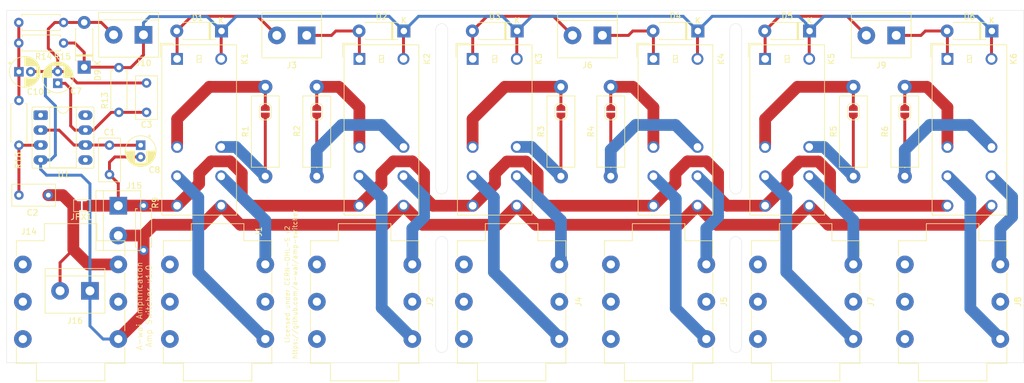
<source format=kicad_pcb>
(kicad_pcb (version 20241229) (generator "pcbnew") (generator_version "9.0")
  (title_block (title "Amp Switcher - 6-way Relay Array") (date "2025-03-12") (rev "1.0") (comment 3 "SPDX-License-Identifier: CERN-OHL-S-2.0+") (comment 4 "SPDX-FileCopyrightText: 2025 Arnaud Ferraris <aferraris@debian.org>"))
  (layers (0 "F.Cu" signal) (2 "B.Cu" signal) (13 "F.Paste" user) (15 "B.Paste" user) (5 "F.SilkS" user "F.Silkscreen") (7 "B.SilkS" user "B.Silkscreen") (1 "F.Mask" user) (3 "B.Mask" user) (25 "Edge.Cuts" user))
  (net 0 "")
  (net 1 "Net-(D1-A)")
  (net 2 "+12V")
  (net 3 "Net-(D2-A)")
  (net 4 "Net-(D3-A)")
  (net 5 "Net-(D4-A)")
  (net 6 "Net-(D5-A)")
  (net 7 "Net-(D6-A)")
  (net 11 "Net-(J1-PadS)")
  (net 13 "Net-(J1-PadT)")
  (net 15 "Net-(J2-PadS)")
  (net 18 "Net-(J2-PadT)")
  (net 20 "Net-(J4-PadS)")
  (net 24 "Net-(J4-PadT)")
  (net 28 "Net-(J5-PadS)")
  (net 29 "Net-(J5-PadT)")
  (net 34 "Net-(J7-PadS)")
  (net 35 "Net-(J7-PadT)")
  (net 39 "Net-(J8-PadT)")
  (net 43 "Net-(J8-PadS)")
  (net 44 "/SIGNAL")
  (net 45 "GND")
  (net 46 "Net-(JP2-A)")
  (net 47 "Net-(JP2-B)")
  (net 48 "Net-(JP3-B)")
  (net 49 "Net-(JP3-A)")
  (net 50 "Net-(JP4-A)")
  (net 51 "Net-(JP4-B)")
  (net 52 "Net-(JP5-B)")
  (net 53 "Net-(JP5-A)")
  (net 54 "Net-(JP6-A)")
  (net 55 "Net-(JP6-B)")
  (net 56 "Net-(JP7-A)")
  (net 57 "Net-(JP7-B)")
  (net 62 "Net-(U1--)")
  (net 63 "Net-(U1-+)")
  (net 64 "VCC")
  (net 65 "GNDS")
  (net 69 "Net-(J16-Pin_2)")
  (footprint "Relay_THT:Relay_DPDT_Omron_G2RL-2" (layer "F.Cu") (at 196 75)
    (property "Reference" "K6")
    (property "Value" "G2RL-2")
  )
  (footprint "Relay_THT:Relay_DPDT_Omron_G2RL-2" (layer "F.Cu") (at 115.27 75)
    (property "Reference" "K3")
    (property "Value" "G2RL-2")
  )
  (footprint "Resistor_THT:R_Axial_DIN0414_L11.9mm_D4.5mm_P15.24mm_Horizontal" (layer "F.Cu") (at 130.27 95 90)
    (property "Reference" "R3")
    (property "Value" "4R7/2W")
  )
  (footprint "TerminalBlock:TerminalBlock_bornier-2_P5.08mm" (layer "F.Cu") (at 50.18 114.5 180)
    (property "Reference" "J16")
    (property "Value" "Screw_Terminal_01x02")
  )
  (footprint "Resistor_THT:R_Axial_DIN0414_L11.9mm_D4.5mm_P15.24mm_Horizontal" (layer "F.Cu") (at 138.75 95 90)
    (property "Reference" "R4")
    (property "Value" "4R7/2W")
  )
  (footprint "Diode_THT:D_DO-41_SOD81_P7.62mm_Horizontal" (layer "F.Cu") (at 103.56 70.25 180)
    (property "Reference" "D2")
    (property "Value" "1N4001")
  )
  (footprint "Capacitor_THT:C_Rect_L7.2mm_W3.5mm_P5.00mm_FKS2_FKP2_MKS2_MKP2" (layer "F.Cu") (at 38.1 98.2)
    (property "Reference" "C2")
    (property "Value" "100n")
  )
  (footprint "Resistor_THT:R_Axial_DIN0207_L6.3mm_D2.5mm_P7.62mm_Horizontal" (layer "F.Cu") (at 55.1 84.1 90)
    (property "Reference" "R13")
    (property "Value" "10R")
  )
  (footprint "Diode_THT:D_DO-41_SOD81_P7.62mm_Horizontal" (layer "F.Cu") (at 203.56 70.25 180)
    (property "Reference" "D6")
    (property "Value" "1N4001")
  )
  (footprint "TerminalBlock:TerminalBlock_bornier-2_P5.08mm" (layer "F.Cu") (at 187.29 71 180)
    (property "Reference" "J9")
    (property "Value" "Screw_Terminal_01x02")
  )
  (footprint "Capacitor_THT:CP_Radial_D5.0mm_P2.00mm" (layer "F.Cu") (at 58.8 89.7 -90)
    (property "Reference" "C8")
    (property "Value" "1µ")
  )
  (footprint "Diode_THT:D_DO-41_SOD81_P7.62mm_Horizontal" (layer "F.Cu") (at 122.83 70.25 180)
    (property "Reference" "D3")
    (property "Value" "1N4001")
  )
  (footprint "Relay_THT:Relay_DPDT_Omron_G2RL-2" (layer "F.Cu") (at 146 75)
    (property "Reference" "K4")
    (property "Value" "G2RL-2")
  )
  (footprint "Connector_Audio:Jack_6.35mm_Neutrik_NMJ6HCD2_Horizontal" (layer "F.Cu") (at 130 110 -90)
    (property "Reference" "J4")
    (property "Value" "NMJ6HCD2")
  )
  (footprint "Resistor_THT:R_Axial_DIN0414_L11.9mm_D4.5mm_P15.24mm_Horizontal" (layer "F.Cu") (at 180 95 90)
    (property "Reference" "R5")
    (property "Value" "4R7/2W")
  )
  (footprint "Connector_Audio:Jack_6.35mm_Neutrik_NMJ6HCD2_Horizontal" (layer "F.Cu") (at 105 110 -90)
    (property "Reference" "J2")
    (property "Value" "NMJ6HCD2")
  )
  (footprint "Capacitor_THT:CP_Radial_D5.0mm_P2.00mm" (layer "F.Cu") (at 38.1 77.2)
    (property "Reference" "C10")
    (property "Value" "100µ")
  )
  (footprint "Diode_THT:D_DO-41_SOD81_P7.62mm_Horizontal" (layer "F.Cu") (at 49.2 76.41 90)
    (property "Reference" "D9")
    (property "Value" "1N4001")
  )
  (footprint "Diode_THT:D_DO-41_SOD81_P7.62mm_Horizontal" (layer "F.Cu") (at 153.56 70.25 180)
    (property "Reference" "D4")
    (property "Value" "1N4001")
  )
  (footprint "Connector_Audio:Jack_6.35mm_Neutrik_NMJ6HCD2_Horizontal" (layer "F.Cu") (at 55 110 -90)
    (property "Reference" "J14")
    (property "Value" "NMJ6HCD2")
  )
  (footprint "Resistor_THT:R_Axial_DIN0414_L11.9mm_D4.5mm_P15.24mm_Horizontal" (layer "F.Cu") (at 88.75 95 90)
    (property "Reference" "R2")
    (property "Value" "4R7/2W")
  )
  (footprint "Connector_Audio:Jack_6.35mm_Neutrik_NMJ6HCD2_Horizontal" (layer "F.Cu") (at 205 110 -90)
    (property "Reference" "J8")
    (property "Value" "NMJ6HCD2")
  )
  (footprint "Relay_THT:Relay_DPDT_Omron_G2RL-2" (layer "F.Cu") (at 65 75)
    (property "Reference" "K1")
    (property "Value" "G2RL-2")
  )
  (footprint "Diode_THT:D_DO-41_SOD81_P7.62mm_Horizontal" (layer "F.Cu") (at 72.56 70.25 180)
    (property "Reference" "D1")
    (property "Value" "1N4001")
  )
  (footprint "Resistor_THT:R_Axial_DIN0207_L6.3mm_D2.5mm_P7.62mm_Horizontal" (layer "F.Cu") (at 38.1 82.08 -90)
    (property "Reference" "R16")
    (property "Value" "1M")
  )
  (footprint "Connector_Audio:Jack_6.35mm_Neutrik_NMJ6HCD2_Horizontal" (layer "F.Cu") (at 80 110 -90)
    (property "Reference" "J1")
    (property "Value" "NMJ6HCD2")
  )
  (footprint "Diode_THT:D_DO-41_SOD81_P7.62mm_Horizontal" (layer "F.Cu") (at 172.56 70.25 180)
    (property "Reference" "D5")
    (property "Value" "1N4001")
  )
  (footprint "Jumper:SolderJumper-2_P1.3mm_Open_RoundedPad1.0x1.5mm" (layer "F.Cu") (at 138.75 84 -90)
    (property "Reference" "JP5" (hide yes))
    (property "Value" "Jumper_2_Open")
  )
  (footprint "Relay_THT:Relay_DPDT_Omron_G2RL-2" (layer "F.Cu") (at 96 75)
    (property "Reference" "K2")
    (property "Value" "G2RL-2")
  )
  (footprint "Resistor_THT:R_Axial_DIN0207_L6.3mm_D2.5mm_P7.62mm_Horizontal" (layer "F.Cu") (at 59.3 107.6 90)
    (property "Reference" "R9")
    (property "Value" "1M")
  )
  (footprint "Jumper:SolderJumper-2_P1.3mm_Open_RoundedPad1.0x1.5mm" (layer "F.Cu") (at 180 84 -90)
    (property "Reference" "JP7" (hide yes))
    (property "Value" "Jumper_2_Open")
  )
  (footprint "Capacitor_THT:C_Rect_L7.2mm_W3.5mm_P5.00mm_FKS2_FKP2_MKS2_MKP2" (layer "F.Cu") (at 53.5 94.7 90)
    (property "Reference" "C1")
    (property "Value" "100n")
  )
  (footprint "Resistor_THT:R_Axial_DIN0414_L11.9mm_D4.5mm_P15.24mm_Horizontal" (layer "F.Cu") (at 80 95 90)
    (property "Reference" "R1")
    (property "Value" "4R7/2W")
  )
  (footprint "Jumper:SolderJumper-2_P1.3mm_Open_RoundedPad1.0x1.5mm" (layer "F.Cu") (at 188.75 84 -90)
    (property "Reference" "JP6" (hide yes))
    (property "Value" "Jumper_2_Open")
  )
  (footprint "TerminalBlock:TerminalBlock_bornier-2_P5.08mm" (layer "F.Cu") (at 137.33 71 180)
    (property "Reference" "J6")
    (property "Value" "Screw_Terminal_01x02")
  )
  (footprint "Jumper:SolderJumper-2_P1.3mm_Open_RoundedPad1.0x1.5mm" (layer "F.Cu") (at 80 84 -90)
    (property "Reference" "JP3" (hide yes))
    (property "Value" "Jumper_2_Open")
  )
  (footprint "Resistor_THT:R_Axial_DIN0207_L6.3mm_D2.5mm_P7.62mm_Horizontal" (layer "F.Cu") (at 38.08 68.8)
    (property "Reference" "R15")
    (property "Value" "10k")
  )
  (footprint "TerminalBlock:TerminalBlock_bornier-2_P5.08mm" (layer "F.Cu") (at 87.04 71 180)
    (property "Reference" "J3")
    (property "Value" "Screw_Terminal_01x02")
  )
  (footprint "Resistor_THT:R_Axial_DIN0414_L11.9mm_D4.5mm_P15.24mm_Horizontal" (layer "F.Cu") (at 188.75 95 90)
    (property "Reference" "R6")
    (property "Value" "4R7/2W")
  )
  (footprint "Package_DIP:DIP-8_W7.62mm_Socket_LongPads" (layer "F.Cu") (at 41.79 84.59)
    (property "Reference" "U1")
    (property "Value" "OPA134")
  )
  (footprint "Connector_Audio:Jack_6.35mm_Neutrik_NMJ6HCD2_Horizontal" (layer "F.Cu") (at 180 110 -90)
    (property "Reference" "J7")
    (property "Value" "NMJ6HCD2")
  )
  (footprint "Connector_Audio:Jack_6.35mm_Neutrik_NMJ6HCD2_Horizontal" (layer "F.Cu") (at 155 110 -90)
    (property "Reference" "J5")
    (property "Value" "NMJ6HCD2")
  )
  (footprint "Jumper:SolderJumper-2_P1.3mm_Open_RoundedPad1.0x1.5mm" (layer "F.Cu") (at 130.27 84 -90)
    (property "Reference" "JP4" (hide yes))
    (property "Value" "Jumper_2_Open")
  )
  (footprint "TerminalBlock:TerminalBlock_bornier-2_P5.08mm" (layer "F.Cu") (at 55 100 -90)
    (property "Reference" "J15")
    (property "Value" "Screw_Terminal_01x02")
  )
  (footprint "Resistor_THT:R_Axial_DIN0207_L6.3mm_D2.5mm_P7.62mm_Horizontal" (layer "F.Cu") (at 45.7 72.3 180)
    (property "Reference" "R14")
    (property "Value" "10k")
  )
  (footprint "Relay_THT:Relay_DPDT_Omron_G2RL-2" (layer "F.Cu") (at 165 75)
    (property "Reference" "K5")
    (property "Value" "G2RL-2")
  )
  (footprint "Capacitor_THT:CP_Radial_D5.0mm_P2.00mm" (layer "F.Cu") (at 44.7 79.155113 90)
    (property "Reference" "C7")
    (property "Value" "100µ")
  )
  (footprint "Capacitor_THT:C_Rect_L7.2mm_W3.5mm_P5.00mm_FKS2_FKP2_MKS2_MKP2" (layer "F.Cu") (at 59.8 84.1 90)
    (property "Reference" "C3")
    (property "Value" "100n")
  )
  (footprint "Jumper:SolderJumper-2_P1.3mm_Open_Pad1.0x1.5mm" (layer "F.Cu") (at 48.8 100 180)
    (property "Reference" "JPX1")
    (property "Value" "Jumper_2_Open")
  )
  (footprint "TerminalBlock:TerminalBlock_bornier-2_P5.08mm" (layer "F.Cu") (at 59.28 70.9 180)
    (property "Reference" "J10")
    (property "Value" "Screw_Terminal_01x02")
  )
  (footprint "Jumper:SolderJumper-2_P1.3mm_Open_RoundedPad1.0x1.5mm" (layer "F.Cu") (at 88.75 84 -90)
    (property "Reference" "JP2" (hide yes))
    (property "Value" "Jumper_2_Open")
  )
  (gr_line (start 159 124) (end 159 106.25) (stroke (width 0.05)) (layer "Edge.Cuts"))
  (gr_line (start 111 106.25) (end 111 124) (stroke (width 0.05)) (layer "Edge.Cuts"))
  (gr_line (start 109 124) (end 109 106.25) (stroke (width 0.05)) (layer "Edge.Cuts"))
  (gr_arc (start 109 70) (mid 110 69) (end 111 70) (stroke (width 0.05)) (layer "Edge.Cuts"))
  (gr_line (start 161 106.25) (end 161 124) (stroke (width 0.05)) (layer "Edge.Cuts"))
  (gr_line (start 109 97) (end 109 70) (stroke (width 0.05)) (layer "Edge.Cuts"))
  (gr_line (start 159 97) (end 159 70) (stroke (width 0.05)) (layer "Edge.Cuts"))
  (gr_rect (start 36 66.75) (end 209 126.75) (stroke (width 0.05)) (fill no) (layer "Edge.Cuts"))
  (gr_arc (start 111 124) (mid 110 125) (end 109 124) (stroke (width 0.05)) (layer "Edge.Cuts"))
  (gr_arc (start 161 97) (mid 160 98) (end 159 97) (stroke (width 0.05)) (layer "Edge.Cuts"))
  (gr_line (start 161 70) (end 161 97) (stroke (width 0.05)) (layer "Edge.Cuts"))
  (gr_arc (start 159 70) (mid 160 69) (end 161 70) (stroke (width 0.05)) (layer "Edge.Cuts"))
  (gr_line (start 111 70) (end 111 97) (stroke (width 0.05)) (layer "Edge.Cuts"))
  (gr_arc (start 111 97) (mid 110 98) (end 109 97) (stroke (width 0.05)) (layer "Edge.Cuts"))
  (gr_arc (start 161 124) (mid 160 125) (end 159 124) (stroke (width 0.05)) (layer "Edge.Cuts"))
  (gr_arc (start 159 106.25) (mid 160 105.25) (end 161 106.25) (stroke (width 0.05)) (layer "Edge.Cuts"))
  (gr_arc (start 109 106.25) (mid 110 105.25) (end 111 106.25) (stroke (width 0.05)) (layer "Edge.Cuts"))
  (gr_text "Licensed under CERN-OHL-S v2\nhttps://github.com/a-wai/amp-switcher" (at 85.5 113.4 90) (layer "F.SilkS") (effects (font (size 0.8 0.8) (thickness 0.1)) (justify bottom)))
  (gr_text "A-wai Amplification\nAmp Switcher v1.0" (at 60.8 117.1 90) (layer "F.SilkS") (effects (font (size 1 1) (thickness 0.1)) (justify bottom)))
  (gr_text "J5" (at 208 116.35 90) (layer "F.SilkS") (effects (font (size 1 1))))
  (segment (start 64.94 70.25) (end 67.44 67.75) (width 0.5) (layer "F.Cu") (net 1))
  (segment (start 67.44 67.75) (end 78.71 67.75) (width 0.5) (layer "F.Cu") (net 1))
  (segment (start 65 75) (end 65 70.31) (width 0.5) (layer "F.Cu") (net 1))
  (segment (start 65 70.31) (end 64.94 70.25) (width 0.5) (layer "F.Cu") (net 1))
  (segment (start 78.71 67.75) (end 81.96 71) (width 0.5) (layer "F.Cu") (net 1))
  (segment (start 172.5 75) (end 172.5 70.31) (width 0.5) (layer "F.Cu") (net 2))
  (segment (start 122.77 70.31) (end 122.83 70.25) (width 0.5) (layer "F.Cu") (net 2))
  (segment (start 49.2 76.41) (end 49.2 73.9) (width 0.5) (layer "F.Cu") (net 2))
  (segment (start 103.5 75) (end 103.5 70.31) (width 0.5) (layer "F.Cu") (net 2))
  (segment (start 49.2 73.9) (end 47.6 72.3) (width 0.5) (layer "F.Cu") (net 2))
  (segment (start 153.5 70.31) (end 153.56 70.25) (width 0.5) (layer "F.Cu") (net 2))
  (segment (start 72.5 75) (end 72.5 70.31) (width 0.5) (layer "F.Cu") (net 2))
  (segment (start 49.2 76.41) (end 55.03 76.41) (width 0.5) (layer "F.Cu") (net 2))
  (segment (start 172.5 70.31) (end 172.56 70.25) (width 0.5) (layer "F.Cu") (net 2))
  (segment (start 57.12 76.48) (end 59.3 74.3) (width 0.5) (layer "F.Cu") (net 2))
  (segment (start 55.1 76.48) (end 57.12 76.48) (width 0.5) (layer "F.Cu") (net 2))
  (segment (start 203.5 75) (end 203.5 70.31) (width 0.5) (layer "F.Cu") (net 2))
  (segment (start 72.5 70.31) (end 72.56 70.25) (width 0.5) (layer "F.Cu") (net 2))
  (segment (start 59.3 74.3) (end 59.28 74.28) (width 0.5) (layer "F.Cu") (net 2))
  (segment (start 103.5 70.31) (end 103.56 70.25) (width 0.5) (layer "F.Cu") (net 2))
  (segment (start 203.5 70.31) (end 203.56 70.25) (width 0.5) (layer "F.Cu") (net 2))
  (segment (start 122.77 75) (end 122.77 70.31) (width 0.5) (layer "F.Cu") (net 2))
  (segment (start 153.5 75) (end 153.5 70.31) (width 0.5) (layer "F.Cu") (net 2))
  (segment (start 55.03 76.41) (end 55.1 76.48) (width 0.5) (layer "F.Cu") (net 2))
  (segment (start 59.28 74.28) (end 59.28 70.9) (width 0.5) (layer "F.Cu") (net 2))
  (segment (start 47.6 72.3) (end 45.7 72.3) (width 0.5) (layer "F.Cu") (net 2))
  (segment (start 172.56 69.56) (end 172.56 70.25) (width 0.5) (layer "B.Cu") (net 2))
  (segment (start 203.56 70.25) (end 203.56 70.19) (width 0.5) (layer "B.Cu") (net 2))
  (segment (start 175 67.75) (end 201.06 67.75) (width 0.5) (layer "B.Cu") (net 2))
  (segment (start 172.56 70.25) (end 172.56 70.19) (width 0.5) (layer "B.Cu") (net 2))
  (segment (start 60.35 67.8) (end 70.11 67.8) (width 0.5) (layer "B.Cu") (net 2))
  (segment (start 59.28 70.9) (end 59.28 68.87) (width 0.5) (layer "B.Cu") (net 2))
  (segment (start 70.11 67.8) (end 72.56 70.25) (width 0.5) (layer "B.Cu") (net 2))
  (segment (start 72.56 70.25) (end 75.06 67.75) (width 0.5) (layer "B.Cu") (net 2))
  (segment (start 75.06 67.75) (end 101.06 67.75) (width 0.5) (layer "B.Cu") (net 2))
  (segment (start 151.06 67.75) (end 125.33 67.75) (width 0.5) (layer "B.Cu") (net 2))
  (segment (start 59.28 68.87) (end 60.35 67.8) (width 0.5) (layer "B.Cu") (net 2))
  (segment (start 151.06 67.75) (end 153.56 70.25) (width 0.5) (layer "B.Cu") (net 2))
  (segment (start 153.56 70.19) (end 156 67.75) (width 0.5) (layer "B.Cu") (net 2))
  (segment (start 101.06 67.75) (end 103.56 70.25) (width 0.5) (layer "B.Cu") (net 2))
  (segment (start 106.06 67.75) (end 120.33 67.75) (width 0.5) (layer "B.Cu") (net 2))
  (segment (start 172.56 70.19) (end 175 67.75) (width 0.5) (layer "B.Cu") (net 2))
  (segment (start 153.56 70.25) (end 153.56 70.19) (width 0.5) (layer "B.Cu") (net 2))
  (segment (start 103.56 70.25) (end 106.06 67.75) (width 0.5) (layer "B.Cu") (net 2))
  (segment (start 156 67.75) (end 170.75 67.75) (width 0.5) (layer "B.Cu") (net 2))
  (segment (start 120.33 67.75) (end 122.83 70.25) (width 0.5) (layer "B.Cu") (net 2))
  (segment (start 170.75 67.75) (end 172.56 69.56) (width 0.5) (layer "B.Cu") (net 2))
  (segment (start 122.83 70.25) (end 125.33 67.75) (width 0.5) (layer "B.Cu") (net 2))
  (segment (start 201.06 67.75) (end 203.56 70.25) (width 0.5) (layer "B.Cu") (net 2))
  (segment (start 92 70.25) (end 91.25 71) (width 0.5) (layer "F.Cu") (net 3))
  (segment (start 91.25 71) (end 87.04 71) (width 0.5) (layer "F.Cu") (net 3))
  (segment (start 96 75) (end 96 70.31) (width 0.5) (layer "F.Cu") (net 3))
  (segment (start 95.94 70.25) (end 92 70.25) (width 0.5) (layer "F.Cu") (net 3))
  (segment (start 96 70.31) (end 95.94 70.25) (width 0.5) (layer "F.Cu") (net 3))
  (segment (start 115.21 70.25) (end 117.71 67.75) (width 0.5) (layer "F.Cu") (net 4))
  (segment (start 129 67.75) (end 132.25 71) (width 0.5) (layer "F.Cu") (net 4))
  (segment (start 115.27 70.31) (end 115.21 70.25) (width 0.5) (layer "F.Cu") (net 4))
  (segment (start 115.27 75) (end 115.27 70.31) (width 0.5) (layer "F.Cu") (net 4))
  (segment (start 117.71 67.75) (end 129 67.75) (width 0.5) (layer "F.Cu") (net 4))
  (segment (start 145.94 70.25) (end 142.5 70.25) (width 0.5) (layer "F.Cu") (net 5))
  (segment (start 142.5 70.25) (end 141.75 71) (width 0.5) (layer "F.Cu") (net 5))
  (segment (start 146 70.31) (end 145.94 70.25) (width 0.5) (layer "F.Cu") (net 5))
  (segment (start 141.75 71) (end 137.33 71) (width 0.5) (layer "F.Cu") (net 5))
  (segment (start 146 75) (end 146 70.31) (width 0.5) (layer "F.Cu") (net 5))
  (segment (start 165 75) (end 165 70.31) (width 0.5) (layer "F.Cu") (net 6))
  (segment (start 165 70.31) (end 164.94 70.25) (width 0.5) (layer "F.Cu") (net 6))
  (segment (start 164.94 70.25) (end 167.44 67.75) (width 0.5) (layer "F.Cu") (net 6))
  (segment (start 178.96 67.75) (end 182.21 71) (width 0.5) (layer "F.Cu") (net 6))
  (segment (start 167.44 67.75) (end 178.96 67.75) (width 0.5) (layer "F.Cu") (net 6))
  (segment (start 196 70.31) (end 195.94 70.25) (width 0.5) (layer "F.Cu") (net 7))
  (segment (start 196 75) (end 196 70.31) (width 0.5) (layer "F.Cu") (net 7))
  (segment (start 195.94 70.25) (end 192.25 70.25) (width 0.5) (layer "F.Cu") (net 7))
  (segment (start 192.25 70.25) (end 191.5 71) (width 0.5) (layer "F.Cu") (net 7))
  (segment (start 191.5 71) (end 187.29 71) (width 0.5) (layer "F.Cu") (net 7))
  (segment (start 80 122.7) (end 68.6 111.3) (width 2) (layer "B.Cu") (net 11))
  (segment (start 68.6 98.6) (end 65 95) (width 2) (layer "B.Cu") (net 11))
  (segment (start 68.6 111.3) (end 68.6 98.6) (width 2) (layer "B.Cu") (net 11))
  (segment (start 72.5 95) (end 80 102.5) (width 2) (layer "B.Cu") (net 13))
  (segment (start 80 102.5) (end 80 110) (width 2) (layer "B.Cu") (net 13))
  (segment (start 99.8 117.4) (end 99.8 98.7) (width 2) (layer "B.Cu") (net 15))
  (segment (start 99.8 98.7) (end 96 94.9) (width 2) (layer "B.Cu") (net 15))
  (segment (start 105 122.6) (end 99.8 117.4) (width 2) (layer "B.Cu") (net 15))
  (segment (start 105 110) (end 105 103.9) (width 2) (layer "B.Cu") (net 18))
  (segment (start 107 101.9) (end 107 98.5) (width 2) (layer "B.Cu") (net 18))
  (segment (start 107 98.5) (end 103.5 95) (width 2) (layer "B.Cu") (net 18))
  (segment (start 105 103.9) (end 107 101.9) (width 2) (layer "B.Cu") (net 18))
  (segment (start 130.27 122.7) (end 118.87 111.3) (width 2) (layer "B.Cu") (net 20))
  (segment (start 118.87 111.3) (end 118.87 98.6) (width 2) (layer "B.Cu") (net 20))
  (segment (start 118.87 98.6) (end 115.27 95) (width 2) (layer "B.Cu") (net 20))
  (segment (start 130.27 102.5) (end 122.77 95) (width 2) (layer "B.Cu") (net 24))
  (segment (start 130.27 110) (end 130.27 102.5) (width 2) (layer "B.Cu") (net 24))
  (segment (start 149.8 98.8) (end 146 95) (width 2) (layer "B.Cu") (net 28))
  (segment (start 155 122.7) (end 149.8 117.5) (width 2) (layer "B.Cu") (net 28))
  (segment (start 149.8 117.5) (end 149.8 98.8) (width 2) (layer "B.Cu") (net 28))
  (segment (start 157 98.5) (end 153.5 95) (width 2) (layer "B.Cu") (net 29))
  (segment (start 157 101.9) (end 157 98.5) (width 2) (layer "B.Cu") (net 29))
  (segment (start 155 103.9) (end 157 101.9) (width 2) (layer "B.Cu") (net 29))
  (segment (start 155 110) (end 155 103.9) (width 2) (layer "B.Cu") (net 29))
  (segment (start 180 122.7) (end 168.6 111.3) (width 2) (layer "B.Cu") (net 34))
  (segment (start 168.6 98.6) (end 165 95) (width 2) (layer "B.Cu") (net 34))
  (segment (start 168.6 111.3) (end 168.6 98.6) (width 2) (layer "B.Cu") (net 34))
  (segment (start 180 102.5) (end 172.5 95) (width 2) (layer "B.Cu") (net 35))
  (segment (start 180 110) (end 180 102.5) (width 2) (layer "B.Cu") (net 35))
  (segment (start 207 98.5) (end 203.5 95) (width 2) (layer "B.Cu") (net 39))
  (segment (start 207 101.9) (end 207 98.5) (width 2) (layer "B.Cu") (net 39))
  (segment (start 205 103.9) (end 207 101.9) (width 2) (layer "B.Cu") (net 39))
  (segment (start 205 110) (end 205 103.9) (width 2) (layer "B.Cu") (net 39))
  (segment (start 199.9 117.5) (end 199.9 98.8) (width 2) (layer "B.Cu") (net 43))
  (segment (start 199.9 98.8) (end 196.1 95) (width 2) (layer "B.Cu") (net 43))
  (segment (start 205.1 122.7) (end 199.9 117.5) (width 2) (layer "B.Cu") (net 43))
  (segment (start 155 92.451) (end 157 94.451) (width 2) (layer "F.Cu") (net 44))
  (segment (start 107 94.451) (end 107 98.5) (width 2) (layer "F.Cu") (net 44))
  (segment (start 165.045 100.025) (end 168.795 96.275) (width 2) (layer "F.Cu") (net 44))
  (segment (start 74 92.451) (end 76 94.451) (width 2) (layer "F.Cu") (net 44))
  (segment (start 176.045 94.476) (end 176.045 98.525) (width 2) (layer "F.Cu") (net 44))
  (segment (start 119.065 96.275) (end 119.065 94.525) (width 2) (layer "F.Cu") (net 44))
  (segment (start 170.844 92.476) (end 174.045 92.476) (width 2) (layer "F.Cu") (net 44))
  (segment (start 149.75 94.5) (end 151.799 92.451) (width 2) (layer "F.Cu") (net 44))
  (segment (start 157 94.451) (end 157 98.5) (width 2) (layer "F.Cu") (net 44))
  (segment (start 55 100) (end 50.2 100) (width 2) (layer "F.Cu") (net 44))
  (segment (start 165.02 100) (end 165.045 100.025) (width 2) (layer "F.Cu") (net 44))
  (segment (start 77.5 100) (end 96 100) (width 2) (layer "F.Cu") (net 44))
  (segment (start 68.75 94.5) (end 70.799 92.451) (width 2) (layer "F.Cu") (net 44))
  (segment (start 157 98.5) (end 158.5 100) (width 2) (layer "F.Cu") (net 44))
  (segment (start 176.045 98.525) (end 177.545 100.025) (width 2) (layer "F.Cu") (net 44))
  (segment (start 126.315 98.525) (end 127.815 100.025) (width 2) (layer "F.Cu") (net 44))
  (segment (start 107 98.5) (end 108.5 100) (width 2) (layer "F.Cu") (net 44))
  (segment (start 115.315 100.025) (end 119.065 96.275) (width 2) (layer "F.Cu") (net 44))
  (segment (start 101.799 92.451) (end 105 92.451) (width 2) (layer "F.Cu") (net 44))
  (segment (start 174.045 92.476) (end 176.045 94.476) (width 2) (layer "F.Cu") (net 44))
  (segment (start 99.75 94.5) (end 101.799 92.451) (width 2) (layer "F.Cu") (net 44))
  (segment (start 108.5 100) (end 115.27 100) (width 2) (layer "F.Cu") (net 44))
  (segment (start 127.84 100) (end 146 100) (width 2) (layer "F.Cu") (net 44))
  (segment (start 65 100) (end 68.75 96.25) (width 2) (layer "F.Cu") (net 44))
  (segment (start 76 94.451) (end 76 98.5) (width 2) (layer "F.Cu") (net 44))
  (segment (start 58.8 91.7) (end 54.4 91.7) (width 0.5) (layer "F.Cu") (net 44))
  (segment (start 151.799 92.451) (end 155 92.451) (width 2) (layer "F.Cu") (net 44))
  (segment (start 99.75 96.25) (end 99.75 94.5) (width 2) (layer "F.Cu") (net 44))
  (segment (start 70.799 92.451) (end 74 92.451) (width 2) (layer "F.Cu") (net 44))
  (segment (start 53.5 94.7) (end 55 96.2) (width 0.5) (layer "F.Cu") (net 44))
  (segment (start 96 100) (end 99.75 96.25) (width 2) (layer "F.Cu") (net 44))
  (segment (start 68.75 96.25) (end 68.75 94.5) (width 2) (layer "F.Cu") (net 44))
  (segment (start 59.3 99.98) (end 55.02 99.98) (width 2) (layer "F.Cu") (net 44))
  (segment (start 59.32 100) (end 59.3 99.98) (width 2) (layer "F.Cu") (net 44))
  (segment (start 65 100) (end 59.32 100) (width 2) (layer "F.Cu") (net 44))
  (segment (start 146 100) (end 149.75 96.25) (width 2) (layer "F.Cu") (net 44))
  (segment (start 54.4 91.7) (end 53.5 92.6) (width 0.5) (layer "F.Cu") (net 44))
  (segment (start 105 92.451) (end 107 94.451) (width 2) (layer "F.Cu") (net 44))
  (segment (start 168.795 96.275) (end 168.795 94.525) (width 2) (layer "F.Cu") (net 44))
  (segment (start 149.75 96.25) (end 149.75 94.5) (width 2) (layer "F.Cu") (net 44))
  (segment (start 158.5 100) (end 165.02 100) (width 2) (layer "F.Cu") (net 44))
  (segment (start 127.815 100.025) (end 127.84 100) (width 2) (layer "F.Cu") (net 44))
  (segment (start 55 96.2) (end 55 100) (width 0.5) (layer "F.Cu") (net 44))
  (segment (start 177.545 100.025) (end 177.57 100) (width 2) (layer "F.Cu") (net 44))
  (segment (start 53.5 92.6) (end 53.5 94.7) (width 0.5) (layer "F.Cu") (net 44))
  (segment (start 55.02 99.98) (end 55 100) (width 2) (layer "F.Cu") (net 44))
  (segment (start 168.795 94.525) (end 170.844 92.476) (width 2) (layer "F.Cu") (net 44))
  (segment (start 119.065 94.525) (end 121.114 92.476) (width 2) (layer "F.Cu") (net 44))
  (segment (start 76 98.5) (end 77.5 100) (width 2) (layer "F.Cu") (net 44))
  (segment (start 124.315 92.476) (end 126.315 94.476) (width 2) (layer "F.Cu") (net 44))
  (segment (start 177.57 100) (end 196 100) (width 2) (layer "F.Cu") (net 44))
  (segment (start 121.114 92.476) (end 124.315 92.476) (width 2) (layer "F.Cu") (net 44))
  (segment (start 126.315 94.476) (end 126.315 98.525) (width 2) (layer "F.Cu") (net 44))
  (segment (start 119.52 103.25) (end 122.77 100) (width 2) (layer "F.Cu") (net 45))
  (segment (start 103.5 100) (end 106.75 103.25) (width 2) (layer "F.Cu") (net 45))
  (segment (start 150.25 103.25) (end 153.5 100) (width 2) (layer "F.Cu") (net 45))
  (segment (start 59.3 107.6) (end 59.3 105) (width 2) (layer "F.Cu") (net 45))
  (segment (start 59.22 105.08) (end 55 105.08) (width 2) (layer "F.Cu") (net 45))
  (segment (start 49.19 68.8) (end 49.2 68.79) (width 0.5) (layer "F.Cu") (net 45))
  (segment (start 59.3 105) (end 59.22 105.08) (width 2) (layer "F.Cu") (net 45))
  (segment (start 200.25 103.25) (end 203.5 100) (width 2) (layer "F.Cu") (net 45))
  (segment (start 59.3 105) (end 61.05 103.25) (width 2) (layer "F.Cu") (net 45))
  (segment (start 156.75 103.25) (end 169.25 103.25) (width 2) (layer "F.Cu") (net 45))
  (segment (start 72.5 100) (end 75.75 103.25) (width 2) (layer "F.Cu") (net 45))
  (segment (start 126.02 103.25) (end 150.25 103.25) (width 2) (layer "F.Cu") (net 45))
  (segment (start 45.7 68.8) (end 49.19 68.8) (width 0.5) (layer "F.Cu") (net 45))
  (segment (start 59.3 118.4) (end 59.3 107.6) (width 2) (layer "F.Cu") (net 45))
  (segment (start 61.05 103.25) (end 69.25 103.25) (width 2) (layer "F.Cu") (net 45))
  (segment (start 75.75 103.25) (end 100.25 103.25) (width 2) (layer "F.Cu") (net 45))
  (segment (start 169.25 103.25) (end 172.5 100) (width 2) (layer "F.Cu") (net 45))
  (segment (start 43.1 73.2) (end 43.1 69.9) (width 0.5) (layer "F.Cu") (net 45))
  (segment (start 49.2 68.79) (end 52.09 68.79) (width 0.5) (layer "F.Cu") (net 45))
  (segment (start 55 122.7) (end 59.3 118.4) (width 2) (layer "F.Cu") (net 45))
  (segment (start 44.2 68.8) (end 45.7 68.8) (width 0.5) (layer "F.Cu") (net 45))
  (segment (start 100.25 103.25) (end 103.5 100) (width 2) (layer "F.Cu") (net 45))
  (segment (start 122.77 100) (end 126.02 103.25) (width 2) (layer "F.Cu") (net 45))
  (segment (start 48 79.1) (end 59.8 79.1) (width 0.5) (layer "F.Cu") (net 45))
  (segment (start 40.144887 77.155113) (end 40.1 77.2) (width 0.5) (layer "F.Cu") (net 45))
  (segment (start 44.7 77.155113) (end 46.055113 77.155113) (width 0.5) (layer "F.Cu") (net 45))
  (segment (start 172.5 100) (end 175.75 103.25) (width 2) (layer "F.Cu") (net 45))
  (segment (start 153.5 100) (end 156.75 103.25) (width 2) (layer "F.Cu") (net 45))
  (segment (start 46.055113 77.155113) (end 48 79.1) (width 0.5) (layer "F.Cu") (net 45))
  (segment (start 52.09 68.79) (end 54.2 70.9) (width 0.5) (layer "F.Cu") (net 45))
  (segment (start 44.7 74.8) (end 43.1 73.2) (width 0.5) (layer "F.Cu") (net 45))
  (segment (start 175.75 103.25) (end 200.25 103.25) (width 2) (layer "F.Cu") (net 45))
  (segment (start 69.25 103.25) (end 72.5 100) (width 2) (layer "F.Cu") (net 45))
  (segment (start 106.75 103.25) (end 119.52 103.25) (width 2) (layer "F.Cu") (net 45))
  (segment (start 44.7 77.155113) (end 40.144887 77.155113) (width 0.5) (layer "F.Cu") (net 45))
  (segment (start 43.1 69.9) (end 44.2 68.8) (width 0.5) (layer "F.Cu") (net 45))
  (segment (start 44.7 77.155113) (end 44.7 74.8) (width 0.5) (layer "F.Cu") (net 45))
  (segment (start 50.18 120.48) (end 50.18 114.5) (width 0.5) (layer "B.Cu") (net 45))
  (segment (start 43.49 92.21) (end 44.3 91.4) (width 0.5) (layer "B.Cu") (net 45))
  (segment (start 50.18 114.5) (end 50.18 96.28) (width 0.5) (layer "B.Cu") (net 45))
  (segment (start 55 122.7) (end 52.4 122.7) (width 0.5) (layer "B.Cu") (net 45))
  (segment (start 43.344887 77.155113) (end 44.7 77.155113) (width 0.5) (layer "B.Cu") (net 45))
  (segment (start 52.4 122.7) (end 50.18 120.48) (width 0.5) (layer "B.Cu") (net 45))
  (segment (start 42.6 77.9) (end 43.344887 77.155113) (width 0.5) (layer "B.Cu") (net 45))
  (segment (start 44.3 91.4) (end 44.3 83) (width 0.5) (layer "B.Cu") (net 45))
  (segment (start 44.3 83) (end 42.6 81.3) (width 0.5) (layer "B.Cu") (net 45))
  (segment (start 42.8 94.8) (end 41.79 93.79) (width 0.5) (layer "B.Cu") (net 45))
  (segment (start 50.18 96.28) (end 48.7 94.8) (width 0.5) (layer "B.Cu") (net 45))
  (segment (start 48.7 94.8) (end 42.8 94.8) (width 0.5) (layer "B.Cu") (net 45))
  (segment (start 41.79 92.21) (end 43.49 92.21) (width 0.5) (layer "B.Cu") (net 45))
  (segment (start 42.6 81.3) (end 42.6 77.9) (width 0.5) (layer "B.Cu") (net 45))
  (segment (start 41.79 93.79) (end 41.79 92.21) (width 0.5) (layer "B.Cu") (net 45))
  (segment (start 92.51 79.76) (end 88.75 79.76) (width 2) (layer "F.Cu") (net 46))
  (segment (start 88.75 83.35) (end 88.75 79.76) (width 0.5) (layer "F.Cu") (net 46))
  (segment (start 96 83.25) (end 92.51 79.76) (width 2) (layer "F.Cu") (net 46))
  (segment (start 96 90) (end 96 83.25) (width 2) (layer "F.Cu") (net 46))
  (segment (start 88.75 84.65) (end 88.75 95) (width 0.5) (layer "F.Cu") (net 47))
  (segment (start 93 86.25) (end 99.75 86.25) (width 2) (layer "B.Cu") (net 47))
  (segment (start 88.75 95) (end 88.75 90.5) (width 2) (layer "B.Cu") (net 47))
  (segment (start 88.75 90.5) (end 93 86.25) (width 2) (layer "B.Cu") (net 47))
  (segment (start 99.75 86.25) (end 103.5 90) (width 2) (layer "B.Cu") (net 47))
  (segment (start 80 84.65) (end 80 95) (width 0.5) (layer "F.Cu") (net 48))
  (segment (start 72.5 90) (end 75 90) (width 2) (layer "B.Cu") (net 48))
  (segment (start 75 90) (end 80 95) (width 2) (layer "B.Cu") (net 48))
  (segment (start 65.005 85.24) (end 70.495 79.75) (width 2) (layer "F.Cu") (net 49))
  (segment (start 80 83.35) (end 80 79.76) (width 0.5) (layer "F.Cu") (net 49))
  (segment (start 65.005 89.99) (end 65.005 85.24) (width 2) (layer "F.Cu") (net 49))
  (segment (start 70.505 79.76) (end 80 79.76) (width 2) (layer "F.Cu") (net 49))
  (segment (start 70.495 79.75) (end 70.505 79.76) (width 2) (layer "F.Cu") (net 49))
  (segment (start 115.2525 89.98) (end 115.2525 85.23) (width 2) (layer "F.Cu") (net 50))
  (segment (start 120.7525 79.75) (end 130.2475 79.75) (width 2) (layer "F.Cu") (net 50))
  (segment (start 115.2525 85.23) (end 120.7425 79.74) (width 2) (layer "F.Cu") (net 50))
  (segment (start 130.27 83.35) (end 130.27 79.76) (width 0.5) (layer "F.Cu") (net 50))
  (segment (start 130.27 84.65) (end 130.27 95) (width 0.5) (layer "F.Cu") (net 51))
  (segment (start 122.7475 89.99) (end 125.2475 89.99) (width 2) (layer "B.Cu") (net 51))
  (segment (start 125.2475 89.99) (end 130.2475 94.99) (width 2) (layer "B.Cu") (net 51))
  (segment (start 138.75 84.65) (end 138.75 95) (width 0.5) (layer "F.Cu") (net 52))
  (segment (start 143 86.25) (end 149.75 86.25) (width 2) (layer "B.Cu") (net 52))
  (segment (start 138.75 95) (end 138.75 90.5) (width 2) (layer "B.Cu") (net 52))
  (segment (start 149.75 86.25) (end 153.5 90) (width 2) (layer "B.Cu") (net 52))
  (segment (start 138.75 90.5) (end 143 86.25) (width 2) (layer "B.Cu") (net 52))
  (segment (start 138.75 83.35) (end 138.75 79.76) (width 0.5) (layer "F.Cu") (net 53))
  (segment (start 142.51 79.76) (end 138.75 79.76) (width 2) (layer "F.Cu") (net 53))
  (segment (start 146 90) (end 146 83.25) (width 2) (layer "F.Cu") (net 53))
  (segment (start 146 83.25) (end 142.51 79.76) (width 2) (layer "F.Cu") (net 53))
  (segment (start 196 83.25) (end 192.51 79.76) (width 2) (layer "F.Cu") (net 54))
  (segment (start 192.51 79.76) (end 188.75 79.76) (width 2) (layer "F.Cu") (net 54))
  (segment (start 196 90) (end 196 83.25) (width 2) (layer "F.Cu") (net 54))
  (segment (start 188.75 83.35) (end 188.75 79.76) (width 0.5) (layer "F.Cu") (net 54))
  (segment (start 188.75 84.65) (end 188.75 95) (width 0.5) (layer "F.Cu") (net 55))
  (segment (start 199.75 86.25) (end 203.5 90) (width 2) (layer "B.Cu") (net 55))
  (segment (start 193 86.25) (end 199.75 86.25) (width 2) (layer "B.Cu") (net 55))
  (segment (start 188.75 95) (end 188.75 90.5) (width 2) (layer "B.Cu") (net 55))
  (segment (start 188.75 90.5) (end 193 86.25) (width 2) (layer "B.Cu") (net 55))
  (segment (start 170.505 79.76) (end 180 79.76) (width 2) (layer "F.Cu") (net 56))
  (segment (start 180 83.35) (end 180 79.76) (width 0.5) (layer "F.Cu") (net 56))
  (segment (start 165.005 89.99) (end 165.005 85.24) (width 2) (layer "F.Cu") (net 56))
  (segment (start 165.005 85.24) (end 170.495 79.75) (width 2) (layer "F.Cu") (net 56))
  (segment (start 180 84.65) (end 180 95) (width 0.5) (layer "F.Cu") (net 57))
  (segment (start 175 90) (end 180 95) (width 2) (layer "B.Cu") (net 57))
  (segment (start 172.5 90) (end 175 90) (width 2) (layer "B.Cu") (net 57))
  (segment (start 47.47 89.67) (end 49.41 89.67) (width 0.5) (layer "F.Cu") (net 62))
  (segment (start 53.5 89.7) (end 58.8 89.7) (width 0.5) (layer "F.Cu") (net 62))
  (segment (start 44.93 87.13) (end 47.47 89.67) (width 0.5) (layer "F.Cu") (net 62))
  (segment (start 49.41 89.67) (end 53.47 89.67) (width 0.5) (layer "F.Cu") (net 62))
  (segment (start 53.47 89.67) (end 53.5 89.7) (width 0.5) (layer "F.Cu") (net 62))
  (segment (start 41.79 87.13) (end 44.93 87.13) (width 0.5) (layer "F.Cu") (net 62))
  (segment (start 41.76 89.7) (end 41.79 89.67) (width 0.5) (layer "F.Cu") (net 63))
  (segment (start 38.1 89.7) (end 41.76 89.7) (width 0.5) (layer "F.Cu") (net 63))
  (segment (start 38.1 98.2) (end 38.1 89.7) (width 0.5) (layer "F.Cu") (net 63))
  (segment (start 49.41 87.13) (end 47.63 87.13) (width 0.5) (layer "F.Cu") (net 64))
  (segment (start 46.9 80.1) (end 45.955113 79.155113) (width 0.5) (layer "F.Cu") (net 64))
  (segment (start 46.9 86.4) (end 46.9 80.1) (width 0.5) (layer "F.Cu") (net 64))
  (segment (start 55.1 84.1) (end 59.8 84.1) (width 0.5) (layer "F.Cu") (net 64))
  (segment (start 45.955113 79.155113) (end 44.7 79.155113) (width 0.5) (layer "F.Cu") (net 64))
  (segment (start 47.63 87.13) (end 46.9 86.4) (width 0.5) (layer "F.Cu") (net 64))
  (segment (start 50.77 87.13) (end 53.8 84.1) (width 0.5) (layer "F.Cu") (net 64))
  (segment (start 53.8 84.1) (end 55.1 84.1) (width 0.5) (layer "F.Cu") (net 64))
  (segment (start 49.41 87.13) (end 50.77 87.13) (width 0.5) (layer "F.Cu") (net 64))
  (segment (start 38.08 68.8) (end 38.08 72.3) (width 0.5) (layer "F.Cu") (net 65))
  (segment (start 38.08 72.3) (end 38.08 77.18) (width 0.5) (layer "F.Cu") (net 65))
  (segment (start 38.1 77.2) (end 38.1 82.08) (width 0.5) (layer "F.Cu") (net 65))
  (segment (start 38.08 77.18) (end 38.1 77.2) (width 0.5) (layer "F.Cu") (net 65))
  (segment (start 45.55 98.2) (end 47.35 100) (width 2) (layer "F.Cu") (net 69))
  (segment (start 49.9 110) (end 55 110) (width 2) (layer "F.Cu") (net 69))
  (segment (start 43.1 98.2) (end 45.55 98.2) (width 2) (layer "F.Cu") (net 69))
  (segment (start 47.35 100) (end 47.35 107.45) (width 2) (layer "F.Cu") (net 69))
  (segment (start 47.35 107.45) (end 49.9 110) (width 2) (layer "F.Cu") (net 69))
  (segment (start 45.1 114.5) (end 45.1 109.7) (width 0.5) (layer "F.Cu") (net 69))
  (segment (start 45.1 109.7) (end 47.35 107.45) (width 0.5) (layer "F.Cu") (net 69))
)
</source>
